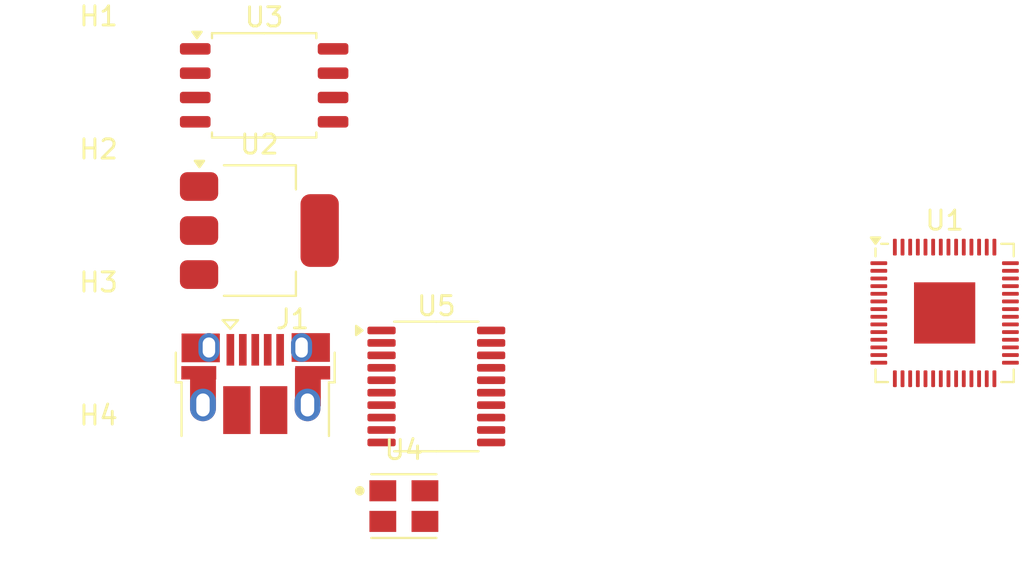
<source format=kicad_pcb>
(kicad_pcb (version 20240108) (generator "pcbnew") (generator_version "8.0")
  (layers (0 "F.Cu" signal) (31 "B.Cu" signal) (34 "B.Paste" user) (35 "F.Paste" user) (36 "B.SilkS" user "B.Silkscreen") (37 "F.SilkS" user "F.Silkscreen") (38 "B.Mask" user) (39 "F.Mask" user) (44 "Edge.Cuts" user))
  (net 0 "")
  (net 2 "GND")
  (net 7 "/USB_D+")
  (net 8 "/USB_D-")
  (net 11 "Net-(J1-VBUS)")
  (net 12 "/QSPI_SS")
  (net 13 "+1V1")
  (net 14 "Net-(U1-USB_DM)")
  (net 15 "/SWCLK")
  (net 17 "/RUN")
  (net 21 "Net-(U1-USB_DP)")
  (net 25 "/QSPI_SD3")
  (net 26 "/XOUT")
  (net 30 "/QSPI_SCLK")
  (net 31 "/QSPI_SD1")
  (net 32 "/SWD")
  (net 34 "/XIN")
  (net 36 "/QSPI_SD2")
  (net 38 "/QSPI_SD0")
  (net 39 "+3.3V")
  (footprint "Package_SO:TSSOP-20_4.4x6.5mm_P0.65mm" (layer "F.Cu") (at 109.4055 86.7878)
    (property "Reference" "U5" (at 0 -4.2 0) (layer "F.SilkS"))
    (property "Value" "PCM5101A")
    (fp_line (start 0 -3.385) (end -2.2 -3.385) (stroke (width 0.12)) (layer "F.SilkS"))
    (fp_line (start 0 -3.385) (end 2.2 -3.385) (stroke (width 0.12)) (layer "F.SilkS"))
    (fp_line (start 0 3.385) (end -2.2 3.385) (stroke (width 0.12)) (layer "F.SilkS"))
    (fp_line (start 0 3.385) (end 2.2 3.385) (stroke (width 0.12)) (layer "F.SilkS"))
    (fp_poly (pts (xy -3.86 -2.925) (xy -4.19 -3.165) (xy -4.19 -2.685) (xy -3.86 -2.925)) (stroke (width 0.12)) (fill solid) (layer "F.SilkS"))
    (pad "1" smd roundrect (at -2.8625 -2.925) (size 1.475 0.4) (layers "F.Cu" "F.Paste" "F.Mask"))
    (pad "2" smd roundrect (at -2.8625 -2.275) (size 1.475 0.4) (layers "F.Cu" "F.Paste" "F.Mask"))
    (pad "3" smd roundrect (at -2.8625 -1.625) (size 1.475 0.4) (layers "F.Cu" "F.Paste" "F.Mask"))
    (pad "4" smd roundrect (at -2.8625 -0.975) (size 1.475 0.4) (layers "F.Cu" "F.Paste" "F.Mask"))
    (pad "5" smd roundrect (at -2.8625 -0.325) (size 1.475 0.4) (layers "F.Cu" "F.Paste" "F.Mask"))
    (pad "6" smd roundrect (at -2.8625 0.325) (size 1.475 0.4) (layers "F.Cu" "F.Paste" "F.Mask"))
    (pad "7" smd roundrect (at -2.8625 0.975) (size 1.475 0.4) (layers "F.Cu" "F.Paste" "F.Mask"))
    (pad "8" smd roundrect (at -2.8625 1.625) (size 1.475 0.4) (layers "F.Cu" "F.Paste" "F.Mask"))
    (pad "9" smd roundrect (at -2.8625 2.275) (size 1.475 0.4) (layers "F.Cu" "F.Paste" "F.Mask"))
    (pad "10" smd roundrect (at -2.8625 2.925) (size 1.475 0.4) (layers "F.Cu" "F.Paste" "F.Mask"))
    (pad "11" smd roundrect (at 2.8625 2.925) (size 1.475 0.4) (layers "F.Cu" "F.Paste" "F.Mask"))
    (pad "12" smd roundrect (at 2.8625 2.275) (size 1.475 0.4) (layers "F.Cu" "F.Paste" "F.Mask"))
    (pad "13" smd roundrect (at 2.8625 1.625) (size 1.475 0.4) (layers "F.Cu" "F.Paste" "F.Mask"))
    (pad "14" smd roundrect (at 2.8625 0.975) (size 1.475 0.4) (layers "F.Cu" "F.Paste" "F.Mask"))
    (pad "15" smd roundrect (at 2.8625 0.325) (size 1.475 0.4) (layers "F.Cu" "F.Paste" "F.Mask"))
    (pad "16" smd roundrect (at 2.8625 -0.325) (size 1.475 0.4) (layers "F.Cu" "F.Paste" "F.Mask"))
    (pad "17" smd roundrect (at 2.8625 -0.975) (size 1.475 0.4) (layers "F.Cu" "F.Paste" "F.Mask"))
    (pad "18" smd roundrect (at 2.8625 -1.625) (size 1.475 0.4) (layers "F.Cu" "F.Paste" "F.Mask"))
    (pad "19" smd roundrect (at 2.8625 -2.275) (size 1.475 0.4) (layers "F.Cu" "F.Paste" "F.Mask"))
    (pad "20" smd roundrect (at 2.8625 -2.925) (size 1.475 0.4) (layers "F.Cu" "F.Paste" "F.Mask"))
  )
  (footprint "Package_SO:SOIC-8_5.23x5.23mm_P1.27mm" (layer "F.Cu") (at 100.4105 71.0578)
    (property "Reference" "U3" (at 0 -3.56 0) (layer "F.SilkS"))
    (property "Value" "W25Q128JVS")
    (fp_line (start -2.725 -2.725) (end -2.725 -2.465) (stroke (width 0.12)) (layer "F.SilkS"))
    (fp_line (start -2.725 2.725) (end -2.725 2.465) (stroke (width 0.12)) (layer "F.SilkS"))
    (fp_line (start 0 -2.725) (end -2.725 -2.725) (stroke (width 0.12)) (layer "F.SilkS"))
    (fp_line (start 0 -2.725) (end 2.725 -2.725) (stroke (width 0.12)) (layer "F.SilkS"))
    (fp_line (start 0 2.725) (end -2.725 2.725) (stroke (width 0.12)) (layer "F.SilkS"))
    (fp_line (start 0 2.725) (end 2.725 2.725) (stroke (width 0.12)) (layer "F.SilkS"))
    (fp_line (start 2.725 -2.725) (end 2.725 -2.465) (stroke (width 0.12)) (layer "F.SilkS"))
    (fp_line (start 2.725 2.725) (end 2.725 2.465) (stroke (width 0.12)) (layer "F.SilkS"))
    (fp_poly (pts (xy -3.5075 -2.465) (xy -3.7475 -2.795) (xy -3.2675 -2.795) (xy -3.5075 -2.465)) (stroke (width 0.12)) (fill solid) (layer "F.SilkS"))
    (pad "1" smd roundrect (at -3.6 -1.905) (size 1.6 0.6) (layers "F.Cu" "F.Paste" "F.Mask") (net 12 "/QSPI_SS"))
    (pad "2" smd roundrect (at -3.6 -0.635) (size 1.6 0.6) (layers "F.Cu" "F.Paste" "F.Mask") (net 31 "/QSPI_SD1"))
    (pad "3" smd roundrect (at -3.6 0.635) (size 1.6 0.6) (layers "F.Cu" "F.Paste" "F.Mask") (net 36 "/QSPI_SD2"))
    (pad "4" smd roundrect (at -3.6 1.905) (size 1.6 0.6) (layers "F.Cu" "F.Paste" "F.Mask") (net 2 "GND"))
    (pad "5" smd roundrect (at 3.6 1.905) (size 1.6 0.6) (layers "F.Cu" "F.Paste" "F.Mask") (net 38 "/QSPI_SD0"))
    (pad "6" smd roundrect (at 3.6 0.635) (size 1.6 0.6) (layers "F.Cu" "F.Paste" "F.Mask") (net 30 "/QSPI_SCLK"))
    (pad "7" smd roundrect (at 3.6 -0.635) (size 1.6 0.6) (layers "F.Cu" "F.Paste" "F.Mask") (net 25 "/QSPI_SD3"))
    (pad "8" smd roundrect (at 3.6 -1.905) (size 1.6 0.6) (layers "F.Cu" "F.Paste" "F.Mask") (net 39 "+3.3V"))
  )
  (footprint "Package_DFN_QFN:QFN-56-1EP_7x7mm_P0.4mm_EP3.2x3.2mm" (layer "F.Cu") (at 135.9577 82.9472)
    (property "Reference" "U1" (at 0 -4.83 0) (layer "F.SilkS"))
    (property "Value" "RP2040")
    (fp_line (start -3.61 -2.96) (end -3.61 -3.37) (stroke (width 0.12)) (layer "F.SilkS"))
    (fp_line (start -3.61 3.61) (end -3.61 2.96) (stroke (width 0.12)) (layer "F.SilkS"))
    (fp_line (start -2.96 -3.61) (end -3.31 -3.61) (stroke (width 0.12)) (layer "F.SilkS"))
    (fp_line (start -2.96 3.61) (end -3.61 3.61) (stroke (width 0.12)) (layer "F.SilkS"))
    (fp_line (start 2.96 -3.61) (end 3.61 -3.61) (stroke (width 0.12)) (layer "F.SilkS"))
    (fp_line (start 2.96 3.61) (end 3.61 3.61) (stroke (width 0.12)) (layer "F.SilkS"))
    (fp_line (start 3.61 -3.61) (end 3.61 -2.96) (stroke (width 0.12)) (layer "F.SilkS"))
    (fp_line (start 3.61 3.61) (end 3.61 2.96) (stroke (width 0.12)) (layer "F.SilkS"))
    (fp_poly (pts (xy -3.61 -3.61) (xy -3.85 -3.94) (xy -3.37 -3.94) (xy -3.61 -3.61)) (stroke (width 0.12)) (fill solid) (layer "F.SilkS"))
    (pad "1" smd roundrect (at -3.4375 -2.6) (size 0.875 0.2) (layers "F.Cu" "F.Paste" "F.Mask") (net 39 "+3.3V"))
    (pad "2" smd roundrect (at -3.4375 -2.2) (size 0.875 0.2) (layers "F.Cu" "F.Paste" "F.Mask"))
    (pad "3" smd roundrect (at -3.4375 -1.8) (size 0.875 0.2) (layers "F.Cu" "F.Paste" "F.Mask"))
    (pad "4" smd roundrect (at -3.4375 -1.4) (size 0.875 0.2) (layers "F.Cu" "F.Paste" "F.Mask"))
    (pad "5" smd roundrect (at -3.4375 -1) (size 0.875 0.2) (layers "F.Cu" "F.Paste" "F.Mask"))
    (pad "6" smd roundrect (at -3.4375 -0.6) (size 0.875 0.2) (layers "F.Cu" "F.Paste" "F.Mask"))
    (pad "7" smd roundrect (at -3.4375 -0.2) (size 0.875 0.2) (layers "F.Cu" "F.Paste" "F.Mask"))
    (pad "8" smd roundrect (at -3.4375 0.2) (size 0.875 0.2) (layers "F.Cu" "F.Paste" "F.Mask"))
    (pad "9" smd roundrect (at -3.4375 0.6) (size 0.875 0.2) (layers "F.Cu" "F.Paste" "F.Mask"))
    (pad "10" smd roundrect (at -3.4375 1) (size 0.875 0.2) (layers "F.Cu" "F.Paste" "F.Mask") (net 39 "+3.3V"))
    (pad "11" smd roundrect (at -3.4375 1.4) (size 0.875 0.2) (layers "F.Cu" "F.Paste" "F.Mask"))
    (pad "12" smd roundrect (at -3.4375 1.8) (size 0.875 0.2) (layers "F.Cu" "F.Paste" "F.Mask"))
    (pad "13" smd roundrect (at -3.4375 2.2) (size 0.875 0.2) (layers "F.Cu" "F.Paste" "F.Mask"))
    (pad "14" smd roundrect (at -3.4375 2.6) (size 0.875 0.2) (layers "F.Cu" "F.Paste" "F.Mask"))
    (pad "15" smd roundrect (at -2.6 3.4375) (size 0.2 0.875) (layers "F.Cu" "F.Paste" "F.Mask"))
    (pad "16" smd roundrect (at -2.2 3.4375) (size 0.2 0.875) (layers "F.Cu" "F.Paste" "F.Mask"))
    (pad "17" smd roundrect (at -1.8 3.4375) (size 0.2 0.875) (layers "F.Cu" "F.Paste" "F.Mask"))
    (pad "18" smd roundrect (at -1.4 3.4375) (size 0.2 0.875) (layers "F.Cu" "F.Paste" "F.Mask"))
    (pad "19" smd roundrect (at -1 3.4375) (size 0.2 0.875) (layers "F.Cu" "F.Paste" "F.Mask") (net 2 "GND"))
    (pad "20" smd roundrect (at -0.6 3.4375) (size 0.2 0.875) (layers "F.Cu" "F.Paste" "F.Mask") (net 34 "/XIN"))
    (pad "21" smd roundrect (at -0.2 3.4375) (size 0.2 0.875) (layers "F.Cu" "F.Paste" "F.Mask") (net 26 "/XOUT"))
    (pad "22" smd roundrect (at 0.2 3.4375) (size 0.2 0.875) (layers "F.Cu" "F.Paste" "F.Mask") (net 39 "+3.3V"))
    (pad "23" smd roundrect (at 0.6 3.4375) (size 0.2 0.875) (layers "F.Cu" "F.Paste" "F.Mask") (net 13 "+1V1"))
    (pad "24" smd roundrect (at 1 3.4375) (size 0.2 0.875) (layers "F.Cu" "F.Paste" "F.Mask") (net 15 "/SWCLK"))
    (pad "25" smd roundrect (at 1.4 3.4375) (size 0.2 0.875) (layers "F.Cu" "F.Paste" "F.Mask") (net 32 "/SWD"))
    (pad "26" smd roundrect (at 1.8 3.4375) (size 0.2 0.875) (layers "F.Cu" "F.Paste" "F.Mask") (net 17 "/RUN"))
    (pad "27" smd roundrect (at 2.2 3.4375) (size 0.2 0.875) (layers "F.Cu" "F.Paste" "F.Mask"))
    (pad "28" smd roundrect (at 2.6 3.4375) (size 0.2 0.875) (layers "F.Cu" "F.Paste" "F.Mask"))
    (pad "29" smd roundrect (at 3.4375 2.6) (size 0.875 0.2) (layers "F.Cu" "F.Paste" "F.Mask"))
    (pad "30" smd roundrect (at 3.4375 2.2) (size 0.875 0.2) (layers "F.Cu" "F.Paste" "F.Mask"))
    (pad "31" smd roundrect (at 3.4375 1.8) (size 0.875 0.2) (layers "F.Cu" "F.Paste" "F.Mask"))
    (pad "32" smd roundrect (at 3.4375 1.4) (size 0.875 0.2) (layers "F.Cu" "F.Paste" "F.Mask"))
    (pad "33" smd roundrect (at 3.4375 1) (size 0.875 0.2) (layers "F.Cu" "F.Paste" "F.Mask") (net 39 "+3.3V"))
    (pad "34" smd roundrect (at 3.4375 0.6) (size 0.875 0.2) (layers "F.Cu" "F.Paste" "F.Mask"))
    (pad "35" smd roundrect (at 3.4375 0.2) (size 0.875 0.2) (layers "F.Cu" "F.Paste" "F.Mask"))
    (pad "36" smd roundrect (at 3.4375 -0.2) (size 0.875 0.2) (layers "F.Cu" "F.Paste" "F.Mask"))
    (pad "37" smd roundrect (at 3.4375 -0.6) (size 0.875 0.2) (layers "F.Cu" "F.Paste" "F.Mask"))
    (pad "38" smd roundrect (at 3.4375 -1) (size 0.875 0.2) (layers "F.Cu" "F.Paste" "F.Mask"))
    (pad "39" smd roundrect (at 3.4375 -1.4) (size 0.875 0.2) (layers "F.Cu" "F.Paste" "F.Mask"))
    (pad "40" smd roundrect (at 3.4375 -1.8) (size 0.875 0.2) (layers "F.Cu" "F.Paste" "F.Mask"))
    (pad "41" smd roundrect (at 3.4375 -2.2) (size 0.875 0.2) (layers "F.Cu" "F.Paste" "F.Mask"))
    (pad "42" smd roundrect (at 3.4375 -2.6) (size 0.875 0.2) (layers "F.Cu" "F.Paste" "F.Mask") (net 39 "+3.3V"))
    (pad "43" smd roundrect (at 2.6 -3.4375) (size 0.2 0.875) (layers "F.Cu" "F.Paste" "F.Mask") (net 39 "+3.3V"))
    (pad "44" smd roundrect (at 2.2 -3.4375) (size 0.2 0.875) (layers "F.Cu" "F.Paste" "F.Mask") (net 39 "+3.3V"))
    (pad "45" smd roundrect (at 1.8 -3.4375) (size 0.2 0.875) (layers "F.Cu" "F.Paste" "F.Mask") (net 13 "+1V1"))
    (pad "46" smd roundrect (at 1.4 -3.4375) (size 0.2 0.875) (layers "F.Cu" "F.Paste" "F.Mask") (net 14 "Net-(U1-USB_DM)"))
    (pad "47" smd roundrect (at 1 -3.4375) (size 0.2 0.875) (layers "F.Cu" "F.Paste" "F.Mask") (net 21 "Net-(U1-USB_DP)"))
    (pad "48" smd roundrect (at 0.6 -3.4375) (size 0.2 0.875) (layers "F.Cu" "F.Paste" "F.Mask") (net 39 "+3.3V"))
    (pad "49" smd roundrect (at 0.2 -3.4375) (size 0.2 0.875) (layers "F.Cu" "F.Paste" "F.Mask") (net 39 "+3.3V"))
    (pad "50" smd roundrect (at -0.2 -3.4375) (size 0.2 0.875) (layers "F.Cu" "F.Paste" "F.Mask") (net 13 "+1V1"))
    (pad "51" smd roundrect (at -0.6 -3.4375) (size 0.2 0.875) (layers "F.Cu" "F.Paste" "F.Mask") (net 25 "/QSPI_SD3"))
    (pad "52" smd roundrect (at -1 -3.4375) (size 0.2 0.875) (layers "F.Cu" "F.Paste" "F.Mask") (net 30 "/QSPI_SCLK"))
    (pad "53" smd roundrect (at -1.4 -3.4375) (size 0.2 0.875) (layers "F.Cu" "F.Paste" "F.Mask") (net 38 "/QSPI_SD0"))
    (pad "54" smd roundrect (at -1.8 -3.4375) (size 0.2 0.875) (layers "F.Cu" "F.Paste" "F.Mask") (net 36 "/QSPI_SD2"))
    (pad "55" smd roundrect (at -2.2 -3.4375) (size 0.2 0.875) (layers "F.Cu" "F.Paste" "F.Mask") (net 31 "/QSPI_SD1"))
    (pad "56" smd roundrect (at -2.6 -3.4375) (size 0.2 0.875) (layers "F.Cu" "F.Paste" "F.Mask") (net 12 "/QSPI_SS"))
    (pad "57" smd rect (at 0 0) (size 3.2 3.2) (property pad_prop_heatsink) (layers "F.Cu" "F.Mask") (net 2 "GND"))
  )
  (footprint "Connector_USB:USB_Micro-B_Amphenol_10103594-0001LF_Horizontal" (layer "F.Cu") (at 99.9705 86.6378)
    (property "Reference" "J1" (at 1.925 -3.365 0) (layer "F.SilkS"))
    (property "Value" "USB_B_Micro")
    (fp_line (start -4.175 -0.065) (end -4.175 -1.615) (stroke (width 0.12)) (layer "F.SilkS"))
    (fp_line (start -4.175 -0.065) (end -3.875 -0.065) (stroke (width 0.12)) (layer "F.SilkS"))
    (fp_line (start -3.875 2.735) (end -3.875 -0.065) (stroke (width 0.12)) (layer "F.SilkS"))
    (fp_line (start -1.725 -3.315) (end -0.925 -3.315) (stroke (width 0.12)) (layer "F.SilkS"))
    (fp_line (start -1.325 -2.865) (end -1.725 -3.315) (stroke (width 0.12)) (layer "F.SilkS"))
    (fp_line (start -0.925 -3.315) (end -1.325 -2.865) (stroke (width 0.12)) (layer "F.SilkS"))
    (fp_line (start 3.825 -0.065) (end 4.125 -0.065) (stroke (width 0.12)) (layer "F.SilkS"))
    (fp_line (start 3.825 2.735) (end 3.825 -0.065) (stroke (width 0.12)) (layer "F.SilkS"))
    (fp_line (start 4.125 -0.065) (end 4.125 -1.615) (stroke (width 0.12)) (layer "F.SilkS"))
    (pad "1" smd rect (at -1.325 -1.765 90) (size 1.65 0.4) (layers "F.Cu" "F.Paste" "F.Mask") (net 11 "Net-(J1-VBUS)"))
    (pad "2" smd rect (at -0.675 -1.765 90) (size 1.65 0.4) (layers "F.Cu" "F.Paste" "F.Mask") (net 8 "/USB_D-"))
    (pad "3" smd rect (at -0.025 -1.765 90) (size 1.65 0.4) (layers "F.Cu" "F.Paste" "F.Mask") (net 7 "/USB_D+"))
    (pad "4" smd rect (at 0.625 -1.765 90) (size 1.65 0.4) (layers "F.Cu" "F.Paste" "F.Mask"))
    (pad "5" smd rect (at 1.275 -1.765 90) (size 1.65 0.4) (layers "F.Cu" "F.Paste" "F.Mask") (net 2 "GND"))
    (pad "6" smd rect (at -2.975 -0.565) (size 1.825 0.7) (layers "F.Cu" "F.Paste" "F.Mask") (net 2 "GND"))
    (pad "6" smd rect (at -2.875 -1.865) (size 2 1.5) (layers "F.Cu" "F.Paste" "F.Mask") (net 2 "GND"))
    (pad "6" smd rect (at -2.755 0.185) (size 1.35 2) (layers "F.Cu" "F.Paste" "F.Mask") (net 2 "GND"))
    (pad "6" thru_hole oval (at -2.755 1.115 90) (size 1.7 1.35) (drill oval 1.2 0.7) (property pad_prop_heatsink) (layers "*.Cu" "*.Mask" "In1.Cu" "In2.Cu" "In3.Cu" "In4.Cu" "In5.Cu" "In6.Cu" "In7.Cu" "In8.Cu" "In9.Cu" "In10.Cu" "In11.Cu" "In12.Cu" "In13.Cu" "In14.Cu" "In15.Cu" "In16.Cu" "In17.Cu" "In18.Cu" "In19.Cu" "In20.Cu" "In21.Cu" "In22.Cu" "In23.Cu" "In24.Cu" "In25.Cu" "In26.Cu" "In27.Cu" "In28.Cu" "In29.Cu" "In30.Cu") (net 2 "GND"))
    (pad "6" thru_hole oval (at -2.445 -1.885 90) (size 1.5 1.1) (drill oval 1.05 0.65) (property pad_prop_heatsink) (layers "*.Cu" "*.Mask" "In1.Cu" "In2.Cu" "In3.Cu" "In4.Cu" "In5.Cu" "In6.Cu" "In7.Cu" "In8.Cu" "In9.Cu" "In10.Cu" "In11.Cu" "In12.Cu" "In13.Cu" "In14.Cu" "In15.Cu" "In16.Cu" "In17.Cu" "In18.Cu" "In19.Cu" "In20.Cu" "In21.Cu" "In22.Cu" "In23.Cu" "In24.Cu" "In25.Cu" "In26.Cu" "In27.Cu" "In28.Cu" "In29.Cu" "In30.Cu") (net 2 "GND"))
    (pad "6" smd rect (at -0.985 1.385 90) (size 2.5 1.43) (layers "F.Cu" "F.Paste" "F.Mask") (net 2 "GND"))
    (pad "6" smd rect (at 0.935 1.385 90) (size 2.5 1.43) (layers "F.Cu" "F.Paste" "F.Mask") (net 2 "GND"))
    (pad "6" thru_hole oval (at 2.395 -1.885 90) (size 1.5 1.1) (drill oval 1.05 0.65) (property pad_prop_heatsink) (layers "*.Cu" "*.Mask" "In1.Cu" "In2.Cu" "In3.Cu" "In4.Cu" "In5.Cu" "In6.Cu" "In7.Cu" "In8.Cu" "In9.Cu" "In10.Cu" "In11.Cu" "In12.Cu" "In13.Cu" "In14.Cu" "In15.Cu" "In16.Cu" "In17.Cu" "In18.Cu" "In19.Cu" "In20.Cu" "In21.Cu" "In22.Cu" "In23.Cu" "In24.Cu" "In25.Cu" "In26.Cu" "In27.Cu" "In28.Cu" "In29.Cu" "In30.Cu") (net 2 "GND"))
    (pad "6" thru_hole oval (at 2.705 1.115 90) (size 1.7 1.35) (drill oval 1.2 0.7) (property pad_prop_heatsink) (layers "*.Cu" "*.Mask" "In1.Cu" "In2.Cu" "In3.Cu" "In4.Cu" "In5.Cu" "In6.Cu" "In7.Cu" "In8.Cu" "In9.Cu" "In10.Cu" "In11.Cu" "In12.Cu" "In13.Cu" "In14.Cu" "In15.Cu" "In16.Cu" "In17.Cu" "In18.Cu" "In19.Cu" "In20.Cu" "In21.Cu" "In22.Cu" "In23.Cu" "In24.Cu" "In25.Cu" "In26.Cu" "In27.Cu" "In28.Cu" "In29.Cu" "In30.Cu") (net 2 "GND"))
    (pad "6" smd rect (at 2.725 0.185) (size 1.35 2) (layers "F.Cu" "F.Paste" "F.Mask") (net 2 "GND"))
    (pad "6" smd rect (at 2.875 -1.885) (size 2 1.5) (layers "F.Cu" "F.Paste" "F.Mask") (net 2 "GND"))
    (pad "6" smd rect (at 2.975 -0.565) (size 1.825 0.7) (layers "F.Cu" "F.Paste" "F.Mask") (net 2 "GND"))
  )
  (footprint "ABM8-272-T3:ABM8-272-T3" (layer "F.Cu") (at 107.7095 93.0368)
    (property "Reference" "U4" (at 0 -2.934 0) (layer "F.SilkS"))
    (property "Value" "ABM8-272-T3")
    (fp_line (start -1.7 -1.664) (end 1.7 -1.664) (stroke (width 0.12)) (layer "F.SilkS"))
    (fp_line (start 1.7 1.664) (end -1.7 1.664) (stroke (width 0.12)) (layer "F.SilkS"))
    (fp_circle (center -2.304 -0.8) (end -2.054 -0.8) (fill solid) (layer "F.SilkS"))
    (pad "1" smd rect (at -1.1 -0.8) (size 1.4 1.1) (layers "F.Cu" "F.Paste" "F.Mask") (net 34 "/XIN"))
    (pad "2" smd rect (at -1.1 0.8) (size 1.4 1.1) (layers "F.Cu" "F.Paste" "F.Mask") (net 2 "GND"))
    (pad "3" smd rect (at 1.1 0.8) (size 1.4 1.1) (layers "F.Cu" "F.Paste" "F.Mask") (net 26 "/XOUT"))
    (pad "4" smd rect (at 1.1 -0.8) (size 1.4 1.1) (layers "F.Cu" "F.Paste" "F.Mask") (net 2 "GND"))
  )
  (footprint "MountingHole:MountingHole_2.7mm_M2.5" (layer "F.Cu") (at 91.7605 91.9978)
    (property "Reference" "H4" (at 0 -3.7 0) (layer "F.SilkS"))
    (property "Value" "MountingHole")
    (pad "" np_thru_hole circle (at 0 0) (size 2.7 2.7) (drill 2.7) (layers "*.Cu" "*.Mask" "In1.Cu" "In2.Cu" "In3.Cu" "In4.Cu" "In5.Cu" "In6.Cu" "In7.Cu" "In8.Cu" "In9.Cu" "In10.Cu" "In11.Cu" "In12.Cu" "In13.Cu" "In14.Cu" "In15.Cu" "In16.Cu" "In17.Cu" "In18.Cu" "In19.Cu" "In20.Cu" "In21.Cu" "In22.Cu" "In23.Cu" "In24.Cu" "In25.Cu" "In26.Cu" "In27.Cu" "In28.Cu" "In29.Cu" "In30.Cu"))
  )
  (footprint "MountingHole:MountingHole_2.7mm_M2.5" (layer "F.Cu") (at 91.7605 78.0978)
    (property "Reference" "H2" (at 0 -3.7 0) (layer "F.SilkS"))
    (property "Value" "MountingHole")
    (pad "" np_thru_hole circle (at 0 0) (size 2.7 2.7) (drill 2.7) (layers "*.Cu" "*.Mask" "In1.Cu" "In2.Cu" "In3.Cu" "In4.Cu" "In5.Cu" "In6.Cu" "In7.Cu" "In8.Cu" "In9.Cu" "In10.Cu" "In11.Cu" "In12.Cu" "In13.Cu" "In14.Cu" "In15.Cu" "In16.Cu" "In17.Cu" "In18.Cu" "In19.Cu" "In20.Cu" "In21.Cu" "In22.Cu" "In23.Cu" "In24.Cu" "In25.Cu" "In26.Cu" "In27.Cu" "In28.Cu" "In29.Cu" "In30.Cu"))
  )
  (footprint "MountingHole:MountingHole_2.7mm_M2.5" (layer "F.Cu") (at 91.7605 71.1478)
    (property "Reference" "H1" (at 0 -3.7 0) (layer "F.SilkS"))
    (property "Value" "MountingHole")
    (pad "" np_thru_hole circle (at 0 0) (size 2.7 2.7) (drill 2.7) (layers "*.Cu" "*.Mask" "In1.Cu" "In2.Cu" "In3.Cu" "In4.Cu" "In5.Cu" "In6.Cu" "In7.Cu" "In8.Cu" "In9.Cu" "In10.Cu" "In11.Cu" "In12.Cu" "In13.Cu" "In14.Cu" "In15.Cu" "In16.Cu" "In17.Cu" "In18.Cu" "In19.Cu" "In20.Cu" "In21.Cu" "In22.Cu" "In23.Cu" "In24.Cu" "In25.Cu" "In26.Cu" "In27.Cu" "In28.Cu" "In29.Cu" "In30.Cu"))
  )
  (footprint "MountingHole:MountingHole_2.7mm_M2.5" (layer "F.Cu") (at 91.7605 85.0478)
    (property "Reference" "H3" (at 0 -3.7 0) (layer "F.SilkS"))
    (property "Value" "MountingHole")
    (pad "" np_thru_hole circle (at 0 0) (size 2.7 2.7) (drill 2.7) (layers "*.Cu" "*.Mask" "In1.Cu" "In2.Cu" "In3.Cu" "In4.Cu" "In5.Cu" "In6.Cu" "In7.Cu" "In8.Cu" "In9.Cu" "In10.Cu" "In11.Cu" "In12.Cu" "In13.Cu" "In14.Cu" "In15.Cu" "In16.Cu" "In17.Cu" "In18.Cu" "In19.Cu" "In20.Cu" "In21.Cu" "In22.Cu" "In23.Cu" "In24.Cu" "In25.Cu" "In26.Cu" "In27.Cu" "In28.Cu" "In29.Cu" "In30.Cu"))
  )
  (footprint "Package_TO_SOT_SMD:SOT-223-3_TabPin2" (layer "F.Cu") (at 100.1605 78.6428)
    (property "Reference" "U2" (at 0 -4.5 0) (layer "F.SilkS"))
    (property "Value" "NCP1117-3.3_SOT223")
    (fp_line (start -1.85 -3.41) (end 1.91 -3.41) (stroke (width 0.12)) (layer "F.SilkS"))
    (fp_line (start -1.85 3.41) (end 1.91 3.41) (stroke (width 0.12)) (layer "F.SilkS"))
    (fp_line (start 1.91 -3.41) (end 1.91 -2.15) (stroke (width 0.12)) (layer "F.SilkS"))
    (fp_line (start 1.91 3.41) (end 1.91 2.15) (stroke (width 0.12)) (layer "F.SilkS"))
    (fp_poly (pts (xy -3.13 -3.31) (xy -3.37 -3.64) (xy -2.89 -3.64) (xy -3.13 -3.31)) (stroke (width 0.12)) (fill solid) (layer "F.SilkS"))
    (pad "1" smd roundrect (at -3.15 -2.3) (size 2 1.5) (layers "F.Cu" "F.Paste" "F.Mask") (net 2 "GND"))
    (pad "2" smd roundrect (at -3.15 0) (size 2 1.5) (layers "F.Cu" "F.Paste" "F.Mask") (net 39 "+3.3V"))
    (pad "2" smd roundrect (at 3.15 0) (size 2 3.8) (layers "F.Cu" "F.Paste" "F.Mask") (net 39 "+3.3V"))
    (pad "3" smd roundrect (at -3.15 2.3) (size 2 1.5) (layers "F.Cu" "F.Paste" "F.Mask") (net 11 "Net-(J1-VBUS)"))
  )
)
</source>
